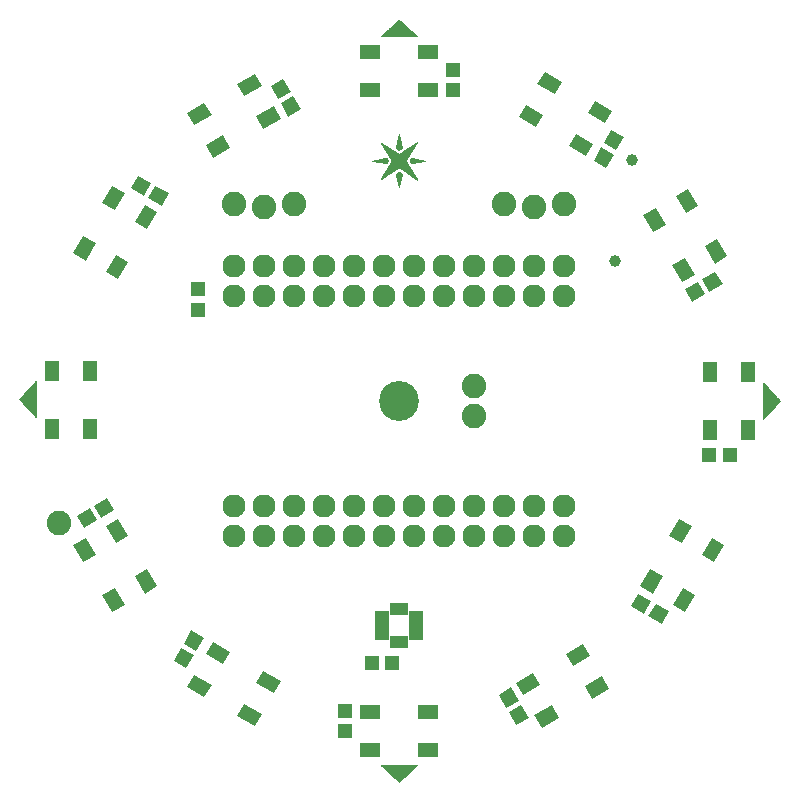
<source format=gts>
G75*
%MOIN*%
%OFA0B0*%
%FSLAX25Y25*%
%IPPOS*%
%LPD*%
%AMOC8*
5,1,8,0,0,1.08239X$1,22.5*
%
%ADD10C,0.13300*%
%ADD11C,0.00200*%
%ADD12R,0.06706X0.04737*%
%ADD13R,0.04737X0.06706*%
%ADD14R,0.05131X0.04737*%
%ADD15R,0.04737X0.05131*%
%ADD16C,0.00100*%
%ADD17R,0.04550X0.01981*%
%ADD18R,0.01981X0.04150*%
%ADD19C,0.08200*%
%ADD20C,0.03950*%
%ADD21C,0.07700*%
D10*
X0136400Y0131400D03*
D11*
X0257900Y0131425D02*
X0263377Y0131425D01*
X0263400Y0131400D02*
X0257900Y0125400D01*
X0257900Y0137400D01*
X0263400Y0131400D01*
X0263241Y0131226D02*
X0257900Y0131226D01*
X0257900Y0131028D02*
X0263059Y0131028D01*
X0262877Y0130829D02*
X0257900Y0130829D01*
X0257900Y0130631D02*
X0262695Y0130631D01*
X0262513Y0130432D02*
X0257900Y0130432D01*
X0257900Y0130234D02*
X0262331Y0130234D01*
X0262149Y0130035D02*
X0257900Y0130035D01*
X0257900Y0129837D02*
X0261967Y0129837D01*
X0261785Y0129638D02*
X0257900Y0129638D01*
X0257900Y0129440D02*
X0261603Y0129440D01*
X0261421Y0129241D02*
X0257900Y0129241D01*
X0257900Y0129043D02*
X0261239Y0129043D01*
X0261057Y0128844D02*
X0257900Y0128844D01*
X0257900Y0128646D02*
X0260875Y0128646D01*
X0260693Y0128447D02*
X0257900Y0128447D01*
X0257900Y0128249D02*
X0260511Y0128249D01*
X0260329Y0128050D02*
X0257900Y0128050D01*
X0257900Y0127852D02*
X0260147Y0127852D01*
X0259965Y0127653D02*
X0257900Y0127653D01*
X0257900Y0127455D02*
X0259783Y0127455D01*
X0259602Y0127256D02*
X0257900Y0127256D01*
X0257900Y0127058D02*
X0259420Y0127058D01*
X0259238Y0126859D02*
X0257900Y0126859D01*
X0257900Y0126661D02*
X0259056Y0126661D01*
X0258874Y0126462D02*
X0257900Y0126462D01*
X0257900Y0126264D02*
X0258692Y0126264D01*
X0258510Y0126065D02*
X0257900Y0126065D01*
X0257900Y0125867D02*
X0258328Y0125867D01*
X0258146Y0125668D02*
X0257900Y0125668D01*
X0257900Y0125470D02*
X0257964Y0125470D01*
X0257900Y0131623D02*
X0263195Y0131623D01*
X0263013Y0131822D02*
X0257900Y0131822D01*
X0257900Y0132020D02*
X0262831Y0132020D01*
X0262649Y0132219D02*
X0257900Y0132219D01*
X0257900Y0132417D02*
X0262467Y0132417D01*
X0262285Y0132616D02*
X0257900Y0132616D01*
X0257900Y0132814D02*
X0262103Y0132814D01*
X0261921Y0133013D02*
X0257900Y0133013D01*
X0257900Y0133212D02*
X0261739Y0133212D01*
X0261557Y0133410D02*
X0257900Y0133410D01*
X0257900Y0133609D02*
X0261376Y0133609D01*
X0261194Y0133807D02*
X0257900Y0133807D01*
X0257900Y0134006D02*
X0261012Y0134006D01*
X0260830Y0134204D02*
X0257900Y0134204D01*
X0257900Y0134403D02*
X0260648Y0134403D01*
X0260466Y0134601D02*
X0257900Y0134601D01*
X0257900Y0134800D02*
X0260284Y0134800D01*
X0260102Y0134998D02*
X0257900Y0134998D01*
X0257900Y0135197D02*
X0259920Y0135197D01*
X0259738Y0135395D02*
X0257900Y0135395D01*
X0257900Y0135594D02*
X0259556Y0135594D01*
X0259374Y0135792D02*
X0257900Y0135792D01*
X0257900Y0135991D02*
X0259192Y0135991D01*
X0259010Y0136189D02*
X0257900Y0136189D01*
X0257900Y0136388D02*
X0258828Y0136388D01*
X0258646Y0136586D02*
X0257900Y0136586D01*
X0257900Y0136785D02*
X0258464Y0136785D01*
X0258282Y0136983D02*
X0257900Y0136983D01*
X0257900Y0137182D02*
X0258100Y0137182D01*
X0257918Y0137380D02*
X0257900Y0137380D01*
X0142400Y0252900D02*
X0136400Y0258400D01*
X0130400Y0252900D01*
X0142400Y0252900D01*
X0142385Y0252914D02*
X0130415Y0252914D01*
X0130632Y0253112D02*
X0142168Y0253112D01*
X0141952Y0253311D02*
X0130848Y0253311D01*
X0131065Y0253509D02*
X0141735Y0253509D01*
X0141519Y0253708D02*
X0131281Y0253708D01*
X0131498Y0253906D02*
X0141302Y0253906D01*
X0141086Y0254105D02*
X0131714Y0254105D01*
X0131931Y0254303D02*
X0140869Y0254303D01*
X0140652Y0254502D02*
X0132148Y0254502D01*
X0132364Y0254700D02*
X0140436Y0254700D01*
X0140219Y0254899D02*
X0132581Y0254899D01*
X0132797Y0255097D02*
X0140003Y0255097D01*
X0139786Y0255296D02*
X0133014Y0255296D01*
X0133230Y0255494D02*
X0139570Y0255494D01*
X0139353Y0255693D02*
X0133447Y0255693D01*
X0133663Y0255892D02*
X0139137Y0255892D01*
X0138920Y0256090D02*
X0133880Y0256090D01*
X0134097Y0256289D02*
X0138703Y0256289D01*
X0138487Y0256487D02*
X0134313Y0256487D01*
X0134530Y0256686D02*
X0138270Y0256686D01*
X0138054Y0256884D02*
X0134746Y0256884D01*
X0134963Y0257083D02*
X0137837Y0257083D01*
X0137621Y0257281D02*
X0135179Y0257281D01*
X0135396Y0257480D02*
X0137404Y0257480D01*
X0137188Y0257678D02*
X0135612Y0257678D01*
X0135829Y0257877D02*
X0136971Y0257877D01*
X0136754Y0258075D02*
X0136046Y0258075D01*
X0136262Y0258274D02*
X0136538Y0258274D01*
X0015400Y0137900D02*
X0009900Y0131900D01*
X0015400Y0125900D01*
X0015400Y0137900D01*
X0015400Y0137777D02*
X0015287Y0137777D01*
X0015400Y0137579D02*
X0015106Y0137579D01*
X0014924Y0137380D02*
X0015400Y0137380D01*
X0015400Y0137182D02*
X0014742Y0137182D01*
X0014560Y0136983D02*
X0015400Y0136983D01*
X0015400Y0136785D02*
X0014378Y0136785D01*
X0014196Y0136586D02*
X0015400Y0136586D01*
X0015400Y0136388D02*
X0014014Y0136388D01*
X0013832Y0136189D02*
X0015400Y0136189D01*
X0015400Y0135991D02*
X0013650Y0135991D01*
X0013468Y0135792D02*
X0015400Y0135792D01*
X0015400Y0135594D02*
X0013286Y0135594D01*
X0013104Y0135395D02*
X0015400Y0135395D01*
X0015400Y0135197D02*
X0012922Y0135197D01*
X0012740Y0134998D02*
X0015400Y0134998D01*
X0015400Y0134800D02*
X0012558Y0134800D01*
X0012376Y0134601D02*
X0015400Y0134601D01*
X0015400Y0134403D02*
X0012194Y0134403D01*
X0012012Y0134204D02*
X0015400Y0134204D01*
X0015400Y0134006D02*
X0011830Y0134006D01*
X0011648Y0133807D02*
X0015400Y0133807D01*
X0015400Y0133609D02*
X0011466Y0133609D01*
X0011284Y0133410D02*
X0015400Y0133410D01*
X0015400Y0133212D02*
X0011102Y0133212D01*
X0010920Y0133013D02*
X0015400Y0133013D01*
X0015400Y0132814D02*
X0010738Y0132814D01*
X0010556Y0132616D02*
X0015400Y0132616D01*
X0015400Y0132417D02*
X0010374Y0132417D01*
X0010192Y0132219D02*
X0015400Y0132219D01*
X0015400Y0132020D02*
X0010010Y0132020D01*
X0009972Y0131822D02*
X0015400Y0131822D01*
X0015400Y0131623D02*
X0010154Y0131623D01*
X0010336Y0131425D02*
X0015400Y0131425D01*
X0015400Y0131226D02*
X0010517Y0131226D01*
X0010699Y0131028D02*
X0015400Y0131028D01*
X0015400Y0130829D02*
X0010881Y0130829D01*
X0011063Y0130631D02*
X0015400Y0130631D01*
X0015400Y0130432D02*
X0011245Y0130432D01*
X0011427Y0130234D02*
X0015400Y0130234D01*
X0015400Y0130035D02*
X0011609Y0130035D01*
X0011791Y0129837D02*
X0015400Y0129837D01*
X0015400Y0129638D02*
X0011973Y0129638D01*
X0012155Y0129440D02*
X0015400Y0129440D01*
X0015400Y0129241D02*
X0012337Y0129241D01*
X0012519Y0129043D02*
X0015400Y0129043D01*
X0015400Y0128844D02*
X0012701Y0128844D01*
X0012883Y0128646D02*
X0015400Y0128646D01*
X0015400Y0128447D02*
X0013065Y0128447D01*
X0013247Y0128249D02*
X0015400Y0128249D01*
X0015400Y0128050D02*
X0013429Y0128050D01*
X0013611Y0127852D02*
X0015400Y0127852D01*
X0015400Y0127653D02*
X0013793Y0127653D01*
X0013975Y0127455D02*
X0015400Y0127455D01*
X0015400Y0127256D02*
X0014157Y0127256D01*
X0014339Y0127058D02*
X0015400Y0127058D01*
X0015400Y0126859D02*
X0014521Y0126859D01*
X0014703Y0126661D02*
X0015400Y0126661D01*
X0015400Y0126462D02*
X0014885Y0126462D01*
X0015067Y0126264D02*
X0015400Y0126264D01*
X0015400Y0126065D02*
X0015249Y0126065D01*
X0130400Y0009900D02*
X0136400Y0004400D01*
X0142400Y0009900D01*
X0130400Y0009900D01*
X0130577Y0009737D02*
X0142223Y0009737D01*
X0142006Y0009539D02*
X0130794Y0009539D01*
X0131010Y0009340D02*
X0141790Y0009340D01*
X0141573Y0009142D02*
X0131227Y0009142D01*
X0131444Y0008943D02*
X0141356Y0008943D01*
X0141140Y0008745D02*
X0131660Y0008745D01*
X0131877Y0008546D02*
X0140923Y0008546D01*
X0140707Y0008348D02*
X0132093Y0008348D01*
X0132310Y0008149D02*
X0140490Y0008149D01*
X0140274Y0007951D02*
X0132526Y0007951D01*
X0132743Y0007752D02*
X0140057Y0007752D01*
X0139841Y0007554D02*
X0132959Y0007554D01*
X0133176Y0007355D02*
X0139624Y0007355D01*
X0139407Y0007157D02*
X0133393Y0007157D01*
X0133609Y0006958D02*
X0139191Y0006958D01*
X0138974Y0006760D02*
X0133826Y0006760D01*
X0134042Y0006561D02*
X0138758Y0006561D01*
X0138541Y0006363D02*
X0134259Y0006363D01*
X0134475Y0006164D02*
X0138325Y0006164D01*
X0138108Y0005966D02*
X0134692Y0005966D01*
X0134908Y0005767D02*
X0137892Y0005767D01*
X0137675Y0005569D02*
X0135125Y0005569D01*
X0135342Y0005370D02*
X0137458Y0005370D01*
X0137242Y0005172D02*
X0135558Y0005172D01*
X0135775Y0004973D02*
X0137025Y0004973D01*
X0136809Y0004775D02*
X0135991Y0004775D01*
X0136208Y0004576D02*
X0136592Y0004576D01*
D12*
X0146046Y0015101D03*
X0146046Y0027699D03*
X0126754Y0027699D03*
X0126754Y0015101D03*
G36*
X0094622Y0033805D02*
X0088816Y0037158D01*
X0091184Y0041259D01*
X0096990Y0037906D01*
X0094622Y0033805D01*
G37*
G36*
X0088323Y0022895D02*
X0082517Y0026248D01*
X0084885Y0030349D01*
X0090691Y0026996D01*
X0088323Y0022895D01*
G37*
G36*
X0071616Y0032541D02*
X0065810Y0035894D01*
X0068178Y0039995D01*
X0073984Y0036642D01*
X0071616Y0032541D01*
G37*
G36*
X0077915Y0043451D02*
X0072109Y0046804D01*
X0074477Y0050905D01*
X0080283Y0047552D01*
X0077915Y0043451D01*
G37*
G36*
X0051804Y0067109D02*
X0048451Y0072915D01*
X0052552Y0075283D01*
X0055905Y0069477D01*
X0051804Y0067109D01*
G37*
G36*
X0040894Y0060810D02*
X0037541Y0066616D01*
X0041642Y0068984D01*
X0044995Y0063178D01*
X0040894Y0060810D01*
G37*
G36*
X0031248Y0077517D02*
X0027895Y0083323D01*
X0031996Y0085691D01*
X0035349Y0079885D01*
X0031248Y0077517D01*
G37*
G36*
X0042158Y0083816D02*
X0038805Y0089622D01*
X0042906Y0091990D01*
X0046259Y0086184D01*
X0042158Y0083816D01*
G37*
G36*
X0038805Y0174178D02*
X0042158Y0179984D01*
X0046259Y0177616D01*
X0042906Y0171810D01*
X0038805Y0174178D01*
G37*
G36*
X0027895Y0180477D02*
X0031248Y0186283D01*
X0035349Y0183915D01*
X0031996Y0178109D01*
X0027895Y0180477D01*
G37*
G36*
X0037541Y0197184D02*
X0040894Y0202990D01*
X0044995Y0200622D01*
X0041642Y0194816D01*
X0037541Y0197184D01*
G37*
G36*
X0048451Y0190885D02*
X0051804Y0196691D01*
X0055905Y0194323D01*
X0052552Y0188517D01*
X0048451Y0190885D01*
G37*
G36*
X0072109Y0216496D02*
X0077915Y0219849D01*
X0080283Y0215748D01*
X0074477Y0212395D01*
X0072109Y0216496D01*
G37*
G36*
X0065810Y0227406D02*
X0071616Y0230759D01*
X0073984Y0226658D01*
X0068178Y0223305D01*
X0065810Y0227406D01*
G37*
G36*
X0082517Y0237052D02*
X0088323Y0240405D01*
X0090691Y0236304D01*
X0084885Y0232951D01*
X0082517Y0237052D01*
G37*
G36*
X0088816Y0226142D02*
X0094622Y0229495D01*
X0096990Y0225394D01*
X0091184Y0222041D01*
X0088816Y0226142D01*
G37*
X0126754Y0235101D03*
X0126754Y0247699D03*
X0146046Y0247699D03*
X0146046Y0235101D03*
G36*
X0178678Y0229995D02*
X0184484Y0226642D01*
X0182116Y0222541D01*
X0176310Y0225894D01*
X0178678Y0229995D01*
G37*
G36*
X0184977Y0240905D02*
X0190783Y0237552D01*
X0188415Y0233451D01*
X0182609Y0236804D01*
X0184977Y0240905D01*
G37*
G36*
X0201684Y0231259D02*
X0207490Y0227906D01*
X0205122Y0223805D01*
X0199316Y0227158D01*
X0201684Y0231259D01*
G37*
G36*
X0195385Y0220349D02*
X0201191Y0216996D01*
X0198823Y0212895D01*
X0193017Y0216248D01*
X0195385Y0220349D01*
G37*
G36*
X0221996Y0195691D02*
X0225349Y0189885D01*
X0221248Y0187517D01*
X0217895Y0193323D01*
X0221996Y0195691D01*
G37*
G36*
X0232906Y0201990D02*
X0236259Y0196184D01*
X0232158Y0193816D01*
X0228805Y0199622D01*
X0232906Y0201990D01*
G37*
G36*
X0242552Y0185283D02*
X0245905Y0179477D01*
X0241804Y0177109D01*
X0238451Y0182915D01*
X0242552Y0185283D01*
G37*
G36*
X0231642Y0178984D02*
X0234995Y0173178D01*
X0230894Y0170810D01*
X0227541Y0176616D01*
X0231642Y0178984D01*
G37*
G36*
X0233995Y0089622D02*
X0230642Y0083816D01*
X0226541Y0086184D01*
X0229894Y0091990D01*
X0233995Y0089622D01*
G37*
G36*
X0244905Y0083323D02*
X0241552Y0077517D01*
X0237451Y0079885D01*
X0240804Y0085691D01*
X0244905Y0083323D01*
G37*
G36*
X0235259Y0066616D02*
X0231906Y0060810D01*
X0227805Y0063178D01*
X0231158Y0068984D01*
X0235259Y0066616D01*
G37*
G36*
X0224349Y0072915D02*
X0220996Y0067109D01*
X0216895Y0069477D01*
X0220248Y0075283D01*
X0224349Y0072915D01*
G37*
G36*
X0200191Y0046304D02*
X0194385Y0042951D01*
X0192017Y0047052D01*
X0197823Y0050405D01*
X0200191Y0046304D01*
G37*
G36*
X0206490Y0035394D02*
X0200684Y0032041D01*
X0198316Y0036142D01*
X0204122Y0039495D01*
X0206490Y0035394D01*
G37*
G36*
X0189783Y0025748D02*
X0183977Y0022395D01*
X0181609Y0026496D01*
X0187415Y0029849D01*
X0189783Y0025748D01*
G37*
G36*
X0183484Y0036658D02*
X0177678Y0033305D01*
X0175310Y0037406D01*
X0181116Y0040759D01*
X0183484Y0036658D01*
G37*
D13*
X0240101Y0121754D03*
X0252699Y0121754D03*
X0252699Y0141046D03*
X0240101Y0141046D03*
X0033399Y0141246D03*
X0020801Y0141246D03*
X0020801Y0121954D03*
X0033399Y0121954D03*
D14*
G36*
X0067960Y0046639D02*
X0065395Y0042197D01*
X0061294Y0044565D01*
X0063859Y0049007D01*
X0067960Y0046639D01*
G37*
G36*
X0071306Y0052435D02*
X0068741Y0047993D01*
X0064640Y0050361D01*
X0067205Y0054803D01*
X0071306Y0052435D01*
G37*
G36*
X0035807Y0091559D02*
X0031365Y0088994D01*
X0028997Y0093095D01*
X0033439Y0095660D01*
X0035807Y0091559D01*
G37*
G36*
X0041603Y0094905D02*
X0037161Y0092340D01*
X0034793Y0096441D01*
X0039235Y0099006D01*
X0041603Y0094905D01*
G37*
X0127554Y0043900D03*
X0134246Y0043900D03*
G36*
X0173795Y0035803D02*
X0176360Y0031361D01*
X0172259Y0028993D01*
X0169694Y0033435D01*
X0173795Y0035803D01*
G37*
G36*
X0177141Y0030007D02*
X0179706Y0025565D01*
X0175605Y0023197D01*
X0173040Y0027639D01*
X0177141Y0030007D01*
G37*
G36*
X0216165Y0067106D02*
X0220607Y0064541D01*
X0218239Y0060440D01*
X0213797Y0063005D01*
X0216165Y0067106D01*
G37*
G36*
X0221961Y0063760D02*
X0226403Y0061195D01*
X0224035Y0057094D01*
X0219593Y0059659D01*
X0221961Y0063760D01*
G37*
X0239954Y0113200D03*
X0246646Y0113200D03*
G36*
X0231697Y0168495D02*
X0236139Y0171060D01*
X0238507Y0166959D01*
X0234065Y0164394D01*
X0231697Y0168495D01*
G37*
G36*
X0237493Y0171841D02*
X0241935Y0174406D01*
X0244303Y0170305D01*
X0239861Y0167740D01*
X0237493Y0171841D01*
G37*
G36*
X0201294Y0211365D02*
X0203859Y0215807D01*
X0207960Y0213439D01*
X0205395Y0208997D01*
X0201294Y0211365D01*
G37*
G36*
X0204640Y0217161D02*
X0207205Y0221603D01*
X0211306Y0219235D01*
X0208741Y0214793D01*
X0204640Y0217161D01*
G37*
G36*
X0099605Y0226097D02*
X0097040Y0230539D01*
X0101141Y0232907D01*
X0103706Y0228465D01*
X0099605Y0226097D01*
G37*
G36*
X0096259Y0231893D02*
X0093694Y0236335D01*
X0097795Y0238703D01*
X0100360Y0234261D01*
X0096259Y0231893D01*
G37*
G36*
X0057335Y0196394D02*
X0052893Y0198959D01*
X0055261Y0203060D01*
X0059703Y0200495D01*
X0057335Y0196394D01*
G37*
G36*
X0051539Y0199740D02*
X0047097Y0202305D01*
X0049465Y0206406D01*
X0053907Y0203841D01*
X0051539Y0199740D01*
G37*
D15*
X0069300Y0168446D03*
X0069300Y0161754D03*
X0154400Y0235054D03*
X0154400Y0241746D03*
X0118500Y0027846D03*
X0118500Y0021154D03*
D16*
X0136400Y0202600D02*
X0137400Y0207000D01*
X0136400Y0207700D01*
X0135400Y0207000D01*
X0136400Y0202600D01*
X0136387Y0202659D02*
X0136413Y0202659D01*
X0136436Y0202757D02*
X0136364Y0202757D01*
X0136342Y0202856D02*
X0136458Y0202856D01*
X0136480Y0202954D02*
X0136320Y0202954D01*
X0136297Y0203053D02*
X0136503Y0203053D01*
X0136525Y0203151D02*
X0136275Y0203151D01*
X0136252Y0203250D02*
X0136548Y0203250D01*
X0136570Y0203348D02*
X0136230Y0203348D01*
X0136208Y0203447D02*
X0136592Y0203447D01*
X0136615Y0203545D02*
X0136185Y0203545D01*
X0136163Y0203644D02*
X0136637Y0203644D01*
X0136660Y0203742D02*
X0136140Y0203742D01*
X0136118Y0203841D02*
X0136682Y0203841D01*
X0136704Y0203939D02*
X0136096Y0203939D01*
X0136073Y0204038D02*
X0136727Y0204038D01*
X0136749Y0204136D02*
X0136051Y0204136D01*
X0136028Y0204235D02*
X0136772Y0204235D01*
X0136794Y0204333D02*
X0136006Y0204333D01*
X0135984Y0204432D02*
X0136816Y0204432D01*
X0136839Y0204530D02*
X0135961Y0204530D01*
X0135939Y0204629D02*
X0136861Y0204629D01*
X0136883Y0204727D02*
X0135916Y0204727D01*
X0135894Y0204826D02*
X0136906Y0204826D01*
X0136928Y0204924D02*
X0135872Y0204924D01*
X0135849Y0205023D02*
X0136951Y0205023D01*
X0136973Y0205121D02*
X0135827Y0205121D01*
X0135805Y0205220D02*
X0136995Y0205220D01*
X0137018Y0205318D02*
X0135782Y0205318D01*
X0135760Y0205417D02*
X0137040Y0205417D01*
X0137063Y0205515D02*
X0135737Y0205515D01*
X0135715Y0205614D02*
X0137085Y0205614D01*
X0137107Y0205712D02*
X0135693Y0205712D01*
X0135670Y0205811D02*
X0137130Y0205811D01*
X0137152Y0205909D02*
X0135648Y0205909D01*
X0135625Y0206008D02*
X0137175Y0206008D01*
X0137197Y0206107D02*
X0135603Y0206107D01*
X0135581Y0206205D02*
X0137219Y0206205D01*
X0137242Y0206304D02*
X0135558Y0206304D01*
X0135536Y0206402D02*
X0137264Y0206402D01*
X0137286Y0206501D02*
X0135513Y0206501D01*
X0135491Y0206599D02*
X0137309Y0206599D01*
X0137331Y0206698D02*
X0135469Y0206698D01*
X0135446Y0206796D02*
X0137354Y0206796D01*
X0137376Y0206895D02*
X0135424Y0206895D01*
X0135402Y0206993D02*
X0137398Y0206993D01*
X0137269Y0207092D02*
X0135531Y0207092D01*
X0135672Y0207190D02*
X0137128Y0207190D01*
X0136988Y0207289D02*
X0135812Y0207289D01*
X0135953Y0207387D02*
X0136847Y0207387D01*
X0136706Y0207486D02*
X0136094Y0207486D01*
X0136235Y0207584D02*
X0136565Y0207584D01*
X0136425Y0207683D02*
X0136375Y0207683D01*
X0135739Y0208766D02*
X0132486Y0208766D01*
X0132425Y0208668D02*
X0135588Y0208668D01*
X0135438Y0208569D02*
X0132365Y0208569D01*
X0132305Y0208471D02*
X0135288Y0208471D01*
X0135138Y0208372D02*
X0132244Y0208372D01*
X0132184Y0208274D02*
X0134987Y0208274D01*
X0134837Y0208175D02*
X0132124Y0208175D01*
X0132063Y0208077D02*
X0134687Y0208077D01*
X0134537Y0207978D02*
X0132003Y0207978D01*
X0131942Y0207880D02*
X0134387Y0207880D01*
X0134236Y0207781D02*
X0131882Y0207781D01*
X0131822Y0207683D02*
X0134086Y0207683D01*
X0133936Y0207584D02*
X0131761Y0207584D01*
X0131701Y0207486D02*
X0133786Y0207486D01*
X0133635Y0207387D02*
X0131641Y0207387D01*
X0131580Y0207289D02*
X0133485Y0207289D01*
X0133335Y0207190D02*
X0131520Y0207190D01*
X0131459Y0207092D02*
X0133185Y0207092D01*
X0133035Y0206993D02*
X0131399Y0206993D01*
X0131339Y0206895D02*
X0132884Y0206895D01*
X0132734Y0206796D02*
X0131278Y0206796D01*
X0131218Y0206698D02*
X0132584Y0206698D01*
X0132434Y0206599D02*
X0131158Y0206599D01*
X0131097Y0206501D02*
X0132283Y0206501D01*
X0132133Y0206402D02*
X0131037Y0206402D01*
X0130976Y0206304D02*
X0131983Y0206304D01*
X0131833Y0206205D02*
X0130916Y0206205D01*
X0130856Y0206107D02*
X0131682Y0206107D01*
X0131532Y0206008D02*
X0130795Y0206008D01*
X0130735Y0205909D02*
X0131382Y0205909D01*
X0131232Y0205811D02*
X0130674Y0205811D01*
X0130614Y0205712D02*
X0131082Y0205712D01*
X0130931Y0205614D02*
X0130554Y0205614D01*
X0130493Y0205515D02*
X0130781Y0205515D01*
X0130631Y0205417D02*
X0130433Y0205417D01*
X0130481Y0205318D02*
X0130373Y0205318D01*
X0130330Y0205220D02*
X0130312Y0205220D01*
X0130300Y0205200D02*
X0136400Y0209200D01*
X0142600Y0205100D01*
X0138600Y0211400D01*
X0142400Y0217500D01*
X0136400Y0213600D01*
X0130300Y0217400D01*
X0134100Y0211400D01*
X0130300Y0205200D01*
X0132546Y0208865D02*
X0135889Y0208865D01*
X0136039Y0208963D02*
X0132607Y0208963D01*
X0132667Y0209062D02*
X0136189Y0209062D01*
X0136340Y0209160D02*
X0132727Y0209160D01*
X0132788Y0209259D02*
X0139959Y0209259D01*
X0139897Y0209357D02*
X0132848Y0209357D01*
X0132908Y0209456D02*
X0139834Y0209456D01*
X0139772Y0209554D02*
X0132969Y0209554D01*
X0133029Y0209653D02*
X0139709Y0209653D01*
X0139647Y0209751D02*
X0133090Y0209751D01*
X0133150Y0209850D02*
X0139584Y0209850D01*
X0139522Y0209948D02*
X0133210Y0209948D01*
X0133271Y0210047D02*
X0139459Y0210047D01*
X0139397Y0210145D02*
X0133331Y0210145D01*
X0133391Y0210244D02*
X0139334Y0210244D01*
X0139271Y0210343D02*
X0133452Y0210343D01*
X0133512Y0210441D02*
X0139209Y0210441D01*
X0139146Y0210540D02*
X0133573Y0210540D01*
X0133633Y0210638D02*
X0139084Y0210638D01*
X0139021Y0210737D02*
X0133693Y0210737D01*
X0133754Y0210835D02*
X0138959Y0210835D01*
X0138896Y0210934D02*
X0133814Y0210934D01*
X0133875Y0211032D02*
X0138834Y0211032D01*
X0138771Y0211131D02*
X0133935Y0211131D01*
X0133995Y0211229D02*
X0138709Y0211229D01*
X0138646Y0211328D02*
X0134056Y0211328D01*
X0134083Y0211426D02*
X0138616Y0211426D01*
X0138678Y0211525D02*
X0134021Y0211525D01*
X0133959Y0211623D02*
X0138739Y0211623D01*
X0138800Y0211722D02*
X0133896Y0211722D01*
X0133834Y0211820D02*
X0138862Y0211820D01*
X0138923Y0211919D02*
X0133771Y0211919D01*
X0133709Y0212017D02*
X0138984Y0212017D01*
X0139046Y0212116D02*
X0133647Y0212116D01*
X0133584Y0212214D02*
X0139107Y0212214D01*
X0139169Y0212313D02*
X0133522Y0212313D01*
X0133460Y0212411D02*
X0139230Y0212411D01*
X0139291Y0212510D02*
X0133397Y0212510D01*
X0133335Y0212608D02*
X0139353Y0212608D01*
X0139414Y0212707D02*
X0133272Y0212707D01*
X0133210Y0212805D02*
X0139475Y0212805D01*
X0139537Y0212904D02*
X0133148Y0212904D01*
X0133085Y0213002D02*
X0139598Y0213002D01*
X0139660Y0213101D02*
X0133023Y0213101D01*
X0132960Y0213199D02*
X0139721Y0213199D01*
X0139782Y0213298D02*
X0132898Y0213298D01*
X0132836Y0213396D02*
X0139844Y0213396D01*
X0139905Y0213495D02*
X0132773Y0213495D01*
X0132711Y0213593D02*
X0139966Y0213593D01*
X0140028Y0213692D02*
X0136541Y0213692D01*
X0136693Y0213790D02*
X0140089Y0213790D01*
X0140150Y0213889D02*
X0136844Y0213889D01*
X0136996Y0213987D02*
X0140212Y0213987D01*
X0140273Y0214086D02*
X0137148Y0214086D01*
X0137299Y0214184D02*
X0140335Y0214184D01*
X0140396Y0214283D02*
X0137451Y0214283D01*
X0137602Y0214381D02*
X0140457Y0214381D01*
X0140519Y0214480D02*
X0137754Y0214480D01*
X0137905Y0214578D02*
X0140580Y0214578D01*
X0140641Y0214677D02*
X0138057Y0214677D01*
X0138208Y0214776D02*
X0140703Y0214776D01*
X0140764Y0214874D02*
X0138360Y0214874D01*
X0138512Y0214973D02*
X0140826Y0214973D01*
X0140887Y0215071D02*
X0138663Y0215071D01*
X0138815Y0215170D02*
X0140948Y0215170D01*
X0141010Y0215268D02*
X0138966Y0215268D01*
X0139118Y0215367D02*
X0141071Y0215367D01*
X0141132Y0215465D02*
X0139269Y0215465D01*
X0139421Y0215564D02*
X0141194Y0215564D01*
X0141255Y0215662D02*
X0139572Y0215662D01*
X0139724Y0215761D02*
X0141316Y0215761D01*
X0141378Y0215859D02*
X0139876Y0215859D01*
X0140027Y0215958D02*
X0141439Y0215958D01*
X0141501Y0216056D02*
X0140179Y0216056D01*
X0140330Y0216155D02*
X0141562Y0216155D01*
X0141623Y0216253D02*
X0140482Y0216253D01*
X0140633Y0216352D02*
X0141685Y0216352D01*
X0141746Y0216450D02*
X0140785Y0216450D01*
X0140937Y0216549D02*
X0141807Y0216549D01*
X0141869Y0216647D02*
X0141088Y0216647D01*
X0141240Y0216746D02*
X0141930Y0216746D01*
X0141991Y0216844D02*
X0141391Y0216844D01*
X0141543Y0216943D02*
X0142053Y0216943D01*
X0142114Y0217041D02*
X0141694Y0217041D01*
X0141846Y0217140D02*
X0142176Y0217140D01*
X0142237Y0217238D02*
X0141997Y0217238D01*
X0142149Y0217337D02*
X0142298Y0217337D01*
X0142301Y0217435D02*
X0142360Y0217435D01*
X0137237Y0216352D02*
X0135563Y0216352D01*
X0135585Y0216450D02*
X0137215Y0216450D01*
X0137194Y0216549D02*
X0135606Y0216549D01*
X0135628Y0216647D02*
X0137172Y0216647D01*
X0137151Y0216746D02*
X0135649Y0216746D01*
X0135670Y0216844D02*
X0137130Y0216844D01*
X0137108Y0216943D02*
X0135692Y0216943D01*
X0135713Y0217041D02*
X0137087Y0217041D01*
X0137065Y0217140D02*
X0135735Y0217140D01*
X0135756Y0217238D02*
X0137044Y0217238D01*
X0137022Y0217337D02*
X0135778Y0217337D01*
X0135799Y0217435D02*
X0137001Y0217435D01*
X0136980Y0217534D02*
X0135820Y0217534D01*
X0135842Y0217632D02*
X0136958Y0217632D01*
X0136937Y0217731D02*
X0135863Y0217731D01*
X0135885Y0217829D02*
X0136915Y0217829D01*
X0136894Y0217928D02*
X0135906Y0217928D01*
X0135927Y0218026D02*
X0136873Y0218026D01*
X0136851Y0218125D02*
X0135949Y0218125D01*
X0135970Y0218223D02*
X0136830Y0218223D01*
X0136808Y0218322D02*
X0135992Y0218322D01*
X0136013Y0218420D02*
X0136787Y0218420D01*
X0136765Y0218519D02*
X0136035Y0218519D01*
X0136056Y0218617D02*
X0136744Y0218617D01*
X0136723Y0218716D02*
X0136077Y0218716D01*
X0136099Y0218814D02*
X0136701Y0218814D01*
X0136680Y0218913D02*
X0136120Y0218913D01*
X0136142Y0219012D02*
X0136658Y0219012D01*
X0136637Y0219110D02*
X0136163Y0219110D01*
X0136184Y0219209D02*
X0136616Y0219209D01*
X0136594Y0219307D02*
X0136206Y0219307D01*
X0136227Y0219406D02*
X0136573Y0219406D01*
X0136551Y0219504D02*
X0136249Y0219504D01*
X0136270Y0219603D02*
X0136530Y0219603D01*
X0136508Y0219701D02*
X0136292Y0219701D01*
X0136313Y0219800D02*
X0136487Y0219800D01*
X0136466Y0219898D02*
X0136334Y0219898D01*
X0136356Y0219997D02*
X0136444Y0219997D01*
X0136423Y0220095D02*
X0136377Y0220095D01*
X0136399Y0220194D02*
X0136401Y0220194D01*
X0136400Y0220200D02*
X0137400Y0215600D01*
X0136400Y0215000D01*
X0135400Y0215600D01*
X0136400Y0220200D01*
X0135542Y0216253D02*
X0137258Y0216253D01*
X0137279Y0216155D02*
X0135521Y0216155D01*
X0135499Y0216056D02*
X0137301Y0216056D01*
X0137322Y0215958D02*
X0135478Y0215958D01*
X0135456Y0215859D02*
X0137344Y0215859D01*
X0137365Y0215761D02*
X0135435Y0215761D01*
X0135414Y0215662D02*
X0137387Y0215662D01*
X0137339Y0215564D02*
X0135461Y0215564D01*
X0135625Y0215465D02*
X0137175Y0215465D01*
X0137011Y0215367D02*
X0135789Y0215367D01*
X0135953Y0215268D02*
X0136847Y0215268D01*
X0136683Y0215170D02*
X0136117Y0215170D01*
X0136282Y0215071D02*
X0136518Y0215071D01*
X0135778Y0213987D02*
X0132461Y0213987D01*
X0132524Y0213889D02*
X0135936Y0213889D01*
X0136094Y0213790D02*
X0132586Y0213790D01*
X0132648Y0213692D02*
X0136252Y0213692D01*
X0135620Y0214086D02*
X0132399Y0214086D01*
X0132337Y0214184D02*
X0135462Y0214184D01*
X0135304Y0214283D02*
X0132274Y0214283D01*
X0132212Y0214381D02*
X0135146Y0214381D01*
X0134987Y0214480D02*
X0132149Y0214480D01*
X0132087Y0214578D02*
X0134829Y0214578D01*
X0134671Y0214677D02*
X0132025Y0214677D01*
X0131962Y0214776D02*
X0134513Y0214776D01*
X0134355Y0214874D02*
X0131900Y0214874D01*
X0131837Y0214973D02*
X0134197Y0214973D01*
X0134039Y0215071D02*
X0131775Y0215071D01*
X0131713Y0215170D02*
X0133880Y0215170D01*
X0133722Y0215268D02*
X0131650Y0215268D01*
X0131588Y0215367D02*
X0133564Y0215367D01*
X0133406Y0215465D02*
X0131525Y0215465D01*
X0131463Y0215564D02*
X0133248Y0215564D01*
X0133090Y0215662D02*
X0131401Y0215662D01*
X0131338Y0215761D02*
X0132932Y0215761D01*
X0132773Y0215859D02*
X0131276Y0215859D01*
X0131213Y0215958D02*
X0132615Y0215958D01*
X0132457Y0216056D02*
X0131151Y0216056D01*
X0131089Y0216155D02*
X0132299Y0216155D01*
X0132141Y0216253D02*
X0131026Y0216253D01*
X0130964Y0216352D02*
X0131983Y0216352D01*
X0131825Y0216450D02*
X0130902Y0216450D01*
X0130839Y0216549D02*
X0131667Y0216549D01*
X0131508Y0216647D02*
X0130777Y0216647D01*
X0130714Y0216746D02*
X0131350Y0216746D01*
X0131192Y0216844D02*
X0130652Y0216844D01*
X0130590Y0216943D02*
X0131034Y0216943D01*
X0130876Y0217041D02*
X0130527Y0217041D01*
X0130465Y0217140D02*
X0130718Y0217140D01*
X0130560Y0217238D02*
X0130402Y0217238D01*
X0130401Y0217337D02*
X0130340Y0217337D01*
X0131258Y0212116D02*
X0132323Y0212116D01*
X0132257Y0212214D02*
X0131762Y0212214D01*
X0132200Y0212300D02*
X0127600Y0211400D01*
X0132200Y0210500D01*
X0132800Y0211400D01*
X0132200Y0212300D01*
X0132389Y0212017D02*
X0130755Y0212017D01*
X0130251Y0211919D02*
X0132454Y0211919D01*
X0132520Y0211820D02*
X0129748Y0211820D01*
X0129244Y0211722D02*
X0132586Y0211722D01*
X0132651Y0211623D02*
X0128741Y0211623D01*
X0128473Y0211229D02*
X0132686Y0211229D01*
X0132620Y0211131D02*
X0128977Y0211131D01*
X0129480Y0211032D02*
X0132555Y0211032D01*
X0132489Y0210934D02*
X0129984Y0210934D01*
X0130487Y0210835D02*
X0132423Y0210835D01*
X0132358Y0210737D02*
X0130991Y0210737D01*
X0131494Y0210638D02*
X0132292Y0210638D01*
X0132226Y0210540D02*
X0131998Y0210540D01*
X0132752Y0211328D02*
X0127970Y0211328D01*
X0127734Y0211426D02*
X0132783Y0211426D01*
X0132717Y0211525D02*
X0128237Y0211525D01*
X0136460Y0209160D02*
X0140022Y0209160D01*
X0140085Y0209062D02*
X0136609Y0209062D01*
X0136758Y0208963D02*
X0140147Y0208963D01*
X0140210Y0208865D02*
X0136907Y0208865D01*
X0137056Y0208766D02*
X0140272Y0208766D01*
X0140335Y0208668D02*
X0137205Y0208668D01*
X0137354Y0208569D02*
X0140397Y0208569D01*
X0140460Y0208471D02*
X0137503Y0208471D01*
X0137652Y0208372D02*
X0140522Y0208372D01*
X0140585Y0208274D02*
X0137801Y0208274D01*
X0137950Y0208175D02*
X0140647Y0208175D01*
X0140710Y0208077D02*
X0138099Y0208077D01*
X0138248Y0207978D02*
X0140773Y0207978D01*
X0140835Y0207880D02*
X0138397Y0207880D01*
X0138545Y0207781D02*
X0140898Y0207781D01*
X0140960Y0207683D02*
X0138694Y0207683D01*
X0138843Y0207584D02*
X0141023Y0207584D01*
X0141085Y0207486D02*
X0138992Y0207486D01*
X0139141Y0207387D02*
X0141148Y0207387D01*
X0141210Y0207289D02*
X0139290Y0207289D01*
X0139439Y0207190D02*
X0141273Y0207190D01*
X0141335Y0207092D02*
X0139588Y0207092D01*
X0139737Y0206993D02*
X0141398Y0206993D01*
X0141461Y0206895D02*
X0139886Y0206895D01*
X0140035Y0206796D02*
X0141523Y0206796D01*
X0141586Y0206698D02*
X0140184Y0206698D01*
X0140333Y0206599D02*
X0141648Y0206599D01*
X0141711Y0206501D02*
X0140482Y0206501D01*
X0140631Y0206402D02*
X0141773Y0206402D01*
X0141836Y0206304D02*
X0140780Y0206304D01*
X0140929Y0206205D02*
X0141898Y0206205D01*
X0141961Y0206107D02*
X0141078Y0206107D01*
X0141227Y0206008D02*
X0142023Y0206008D01*
X0142086Y0205909D02*
X0141376Y0205909D01*
X0141525Y0205811D02*
X0142149Y0205811D01*
X0142211Y0205712D02*
X0141674Y0205712D01*
X0141823Y0205614D02*
X0142274Y0205614D01*
X0142336Y0205515D02*
X0141972Y0205515D01*
X0142121Y0205417D02*
X0142399Y0205417D01*
X0142461Y0205318D02*
X0142270Y0205318D01*
X0142419Y0205220D02*
X0142524Y0205220D01*
X0142568Y0205121D02*
X0142586Y0205121D01*
X0141275Y0210638D02*
X0140508Y0210638D01*
X0140574Y0210540D02*
X0140793Y0210540D01*
X0140600Y0210500D02*
X0145000Y0211400D01*
X0140600Y0212300D01*
X0140000Y0211400D01*
X0140600Y0210500D01*
X0140442Y0210737D02*
X0141756Y0210737D01*
X0142238Y0210835D02*
X0140377Y0210835D01*
X0140311Y0210934D02*
X0142720Y0210934D01*
X0143201Y0211032D02*
X0140245Y0211032D01*
X0140180Y0211131D02*
X0143683Y0211131D01*
X0144165Y0211229D02*
X0140114Y0211229D01*
X0140048Y0211328D02*
X0144646Y0211328D01*
X0144872Y0211426D02*
X0140017Y0211426D01*
X0140083Y0211525D02*
X0144391Y0211525D01*
X0143909Y0211623D02*
X0140149Y0211623D01*
X0140214Y0211722D02*
X0143427Y0211722D01*
X0142946Y0211820D02*
X0140280Y0211820D01*
X0140346Y0211919D02*
X0142464Y0211919D01*
X0141983Y0212017D02*
X0140411Y0212017D01*
X0140477Y0212116D02*
X0141501Y0212116D01*
X0141019Y0212214D02*
X0140543Y0212214D01*
D17*
X0142015Y0060337D03*
X0142015Y0058369D03*
X0142015Y0056400D03*
X0142015Y0054431D03*
X0142015Y0052463D03*
X0130785Y0052463D03*
X0130785Y0054431D03*
X0130785Y0056400D03*
X0130785Y0058369D03*
X0130785Y0060337D03*
D18*
X0134431Y0061920D03*
X0136400Y0061920D03*
X0138369Y0061920D03*
X0138369Y0050880D03*
X0136400Y0050880D03*
X0134431Y0050880D03*
D19*
X0161400Y0126400D03*
X0161400Y0136400D03*
X0171400Y0196900D03*
X0181400Y0195900D03*
X0191400Y0196900D03*
X0101400Y0196900D03*
X0091400Y0195900D03*
X0081400Y0196900D03*
X0023100Y0090500D03*
D20*
X0208303Y0177837D03*
X0214249Y0211558D03*
D21*
X0191400Y0176400D03*
X0191400Y0166400D03*
X0181400Y0166400D03*
X0181400Y0176400D03*
X0171400Y0176400D03*
X0161400Y0176400D03*
X0161400Y0166400D03*
X0171400Y0166400D03*
X0151400Y0166400D03*
X0151400Y0176400D03*
X0141400Y0176400D03*
X0131400Y0176400D03*
X0131400Y0166400D03*
X0141400Y0166400D03*
X0121400Y0166400D03*
X0121400Y0176400D03*
X0111400Y0176400D03*
X0101400Y0176400D03*
X0101400Y0166400D03*
X0111400Y0166400D03*
X0091400Y0166400D03*
X0091400Y0176400D03*
X0081400Y0176400D03*
X0081400Y0166400D03*
X0081400Y0096400D03*
X0081400Y0086400D03*
X0091400Y0086400D03*
X0091400Y0096400D03*
X0101400Y0096400D03*
X0111400Y0096400D03*
X0111400Y0086400D03*
X0101400Y0086400D03*
X0121400Y0086400D03*
X0121400Y0096400D03*
X0131400Y0096400D03*
X0141400Y0096400D03*
X0141400Y0086400D03*
X0131400Y0086400D03*
X0151400Y0086400D03*
X0151400Y0096400D03*
X0161400Y0096400D03*
X0171400Y0096400D03*
X0171400Y0086400D03*
X0161400Y0086400D03*
X0181400Y0086400D03*
X0181400Y0096400D03*
X0191400Y0096400D03*
X0191400Y0086400D03*
M02*

</source>
